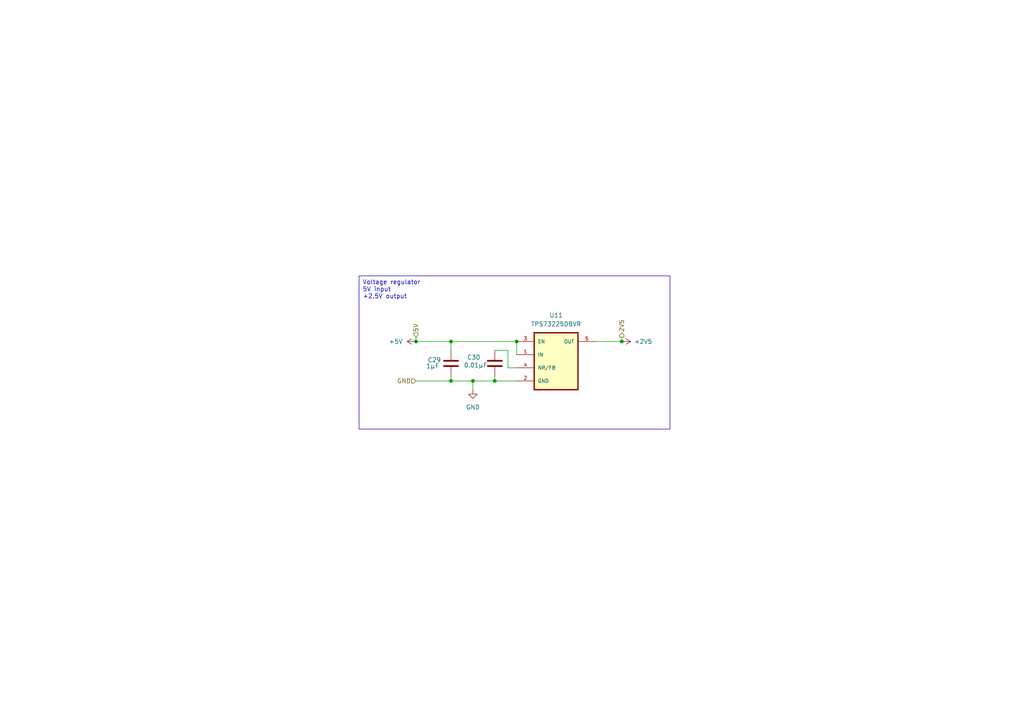
<source format=kicad_sch>
(kicad_sch (version 20231120) (generator "eeschema") (generator_version "8.0")
  (paper "A4")
  (lib_symbols
    (symbol "Device:C" (pin_numbers hide) (pin_names (offset 0.254))
      (property "Reference" "C" (at 0.635 2.54 0))
      (property "Value" "C" (at 0.635 -2.54 0))
      (symbol "C_0_1"
        (polyline (pts (xy -2.032 -0.762) (xy 2.032 -0.762)) (stroke (width 0.508)))
        (polyline (pts (xy -2.032 0.762) (xy 2.032 0.762)) (stroke (width 0.508)))
      )
      (symbol "C_1_1"
        (pin passive line (at 0 3.81 270) (length 2.794) (name "~") (number "1"))
        (pin passive line (at 0 -3.81 90) (length 2.794) (name "~") (number "2"))
      )
    )
    (symbol "custom_lib:TPS73225DBVR" (pin_names (offset 1.016))
      (property "Reference" "U" (at -12.7 11.16 0))
      (property "Value" "TPS73225DBVR" (at -12.7 -14.16 0))
      (symbol "TPS73225DBVR_0_0"
        (rectangle (start -12.7 10.16) (end 0 -6.35) (stroke (width 0.4064)) (fill (type background)))
        (pin input line (at -17.78 3.81 0) (length 5.08) (name "IN") (number "1"))
        (pin power_in line (at -17.78 -3.81 0) (length 5.08) (name "GND") (number "2"))
        (pin input line (at -17.78 7.62 0) (length 5.08) (name "EN") (number "3"))
        (pin input line (at -17.78 0 0) (length 5.08) (name "NR/FB") (number "4"))
        (pin output line (at 5.08 7.62 180) (length 5.08) (name "OUT") (number "5"))
      )
    )
    (symbol "power:+2V5" (power) (pin_numbers hide) (pin_names (offset 0) hide)
      (property "Value" "+2V5" (at 0 3.556 0))
      (symbol "+2V5_0_1"
        (polyline (pts (xy -0.762 1.27) (xy 0 2.54)))
        (polyline (pts (xy 0 0) (xy 0 2.54)))
        (polyline (pts (xy 0 2.54) (xy 0.762 1.27)))
      )
      (symbol "+2V5_1_1"
        (pin power_in line (at 0 0 90) (length 0) (name "~") (number "1"))
      )
    )
    (symbol "power:+5V" (power) (pin_numbers hide) (pin_names (offset 0) hide)
      (property "Value" "+5V" (at 0 3.556 0))
      (symbol "+5V_0_1"
        (polyline (pts (xy -0.762 1.27) (xy 0 2.54)))
        (polyline (pts (xy 0 0) (xy 0 2.54)))
        (polyline (pts (xy 0 2.54) (xy 0.762 1.27)))
      )
      (symbol "+5V_1_1"
        (pin power_in line (at 0 0 90) (length 0) (name "~") (number "1"))
      )
    )
    (symbol "power:GND" (power) (pin_numbers hide) (pin_names (offset 0) hide)
      (property "Value" "GND" (at 0 -3.81 0))
      (symbol "GND_0_1"
        (polyline (pts (xy 0 0) (xy 0 -1.27) (xy 1.27 -1.27) (xy 0 -2.54) (xy -1.27 -1.27) (xy 0 -1.27)))
      )
      (symbol "GND_1_1"
        (pin power_in line (at 0 0 270) (length 0) (name "~") (number "1"))
      )
    )
  )
  (junction (at 120.65 99.06))
  (junction (at 130.81 110.49))
  (junction (at 149.86 99.06))
  (junction (at 130.81 99.06))
  (junction (at 137.16 110.49))
  (junction (at 180.34 99.06))
  (junction (at 143.51 110.49))
  (wire (pts (xy 120.65 110.49) (xy 130.81 110.49)))
  (wire (pts (xy 130.81 109.22) (xy 130.81 110.49)))
  (wire (pts (xy 130.81 99.06) (xy 130.81 101.6)))
  (wire (pts (xy 120.65 99.06) (xy 130.81 99.06)))
  (wire (pts (xy 120.65 97.79) (xy 120.65 99.06)))
  (wire (pts (xy 149.86 99.06) (xy 149.86 102.87)))
  (wire (pts (xy 130.81 99.06) (xy 149.86 99.06)))
  (wire (pts (xy 137.16 110.49) (xy 143.51 110.49)))
  (wire (pts (xy 147.32 106.68) (xy 147.32 101.6)))
  (wire (pts (xy 172.72 99.06) (xy 180.34 99.06)))
  (wire (pts (xy 137.16 113.03) (xy 137.16 110.49)))
  (wire (pts (xy 130.81 110.49) (xy 137.16 110.49)))
  (wire (pts (xy 149.86 106.68) (xy 147.32 106.68)))
  (wire (pts (xy 180.34 97.79) (xy 180.34 99.06)))
  (wire (pts (xy 143.51 110.49) (xy 149.86 110.49)))
  (wire (pts (xy 147.32 101.6) (xy 143.51 101.6)))
  (wire (pts (xy 143.51 109.22) (xy 143.51 110.49)))
  (rectangle (start 104.14 80.01) (end 194.31 124.46))
  (text "Voltage regulator\n5V input\n+2.5V output" (at 105.156 81.28 0) (effects (font (size 1.27 1.27)) (justify left top)))
  (hierarchical_label "2V5" (shape output) (at 180.34 97.79 90))
  (hierarchical_label "5V" (shape input) (at 120.65 97.79 90))
  (hierarchical_label "GND" (shape input) (at 120.65 110.49 180))
  (symbol (lib_id "power:+2V5") (at 180.34 99.06 270) (unit 1)
    (property "Reference" "#PWR034" (effects (hide yes)))
    (property "Value" "+2V5" (at 183.896 99.06 90) (effects (justify left)))
    (property "Description" "Power symbol creates a global label with name \"+2V5\"" (effects (hide yes)))
  )
  (symbol (lib_id "power:GND") (at 137.16 113.03 0) (unit 1)
    (property "Reference" "#PWR033" (effects (hide yes)))
    (property "Value" "GND" (at 137.16 118.11 0))
    (property "Description" "Power symbol creates a global label with name \"GND\" , ground" (effects (hide yes)))
  )
  (symbol (lib_id "Device:C") (at 130.81 105.41 180) (unit 1)
    (property "Reference" "C29" (at 125.984 104.394 0))
    (property "Value" "1µF " (at 125.984 106.172 0))
    (property "Footprint" "Capacitor_SMD:C_0603_1608Metric_Pad1.08x0.95mm_HandSolder" (effects (hide yes)))
    (property "Description" "Unpolarized capacitor" (effects (hide yes)))
  )
  (symbol (lib_id "power:+5V") (at 120.65 99.06 90) (unit 1)
    (property "Reference" "#PWR032" (effects (hide yes)))
    (property "Value" "+5V" (at 116.84 99.0599 90) (effects (justify left)))
    (property "Description" "Power symbol creates a global label with name \"+5V\"" (effects (hide yes)))
  )
  (symbol (lib_id "custom_lib:TPS73225DBVR") (at 167.64 106.68 0) (unit 1)
    (property "Reference" "U11" (at 161.29 91.44 0))
    (property "Value" "TPS73225DBVR" (at 161.29 93.98 0))
    (property "Footprint" "CustomLib:73225" (effects (hide yes)))
    (property "MF" "Texas Instruments" (effects (hide yes)))
    (property "Description_1" "\n250-mA, high-accuracy, ultra-low-dropout voltage regulator with reverse current protection & enable\n" (effects (hide yes)))
    (property "Package" "SOT-23-5 Texas Instruments" (effects (hide yes)))
    (property "Price" "None" (effects (hide yes)))
    (property "SnapEDA_Link" "https://www.snapeda.com/parts/TPS73225DBVR/Texas+Instruments/view-part/?ref=snap" (effects (hide yes)))
    (property "MP" "TPS73225DBVR" (effects (hide yes)))
    (property "Purchase-URL" "https://www.snapeda.com/api/url_track_click_mouser/?unipart_id=1237159&manufacturer=Texas Instruments&part_name=TPS73225DBVR&search_term=None" (effects (hide yes)))
    (property "Availability" "In Stock" (effects (hide yes)))
    (property "Check_prices" "https://www.snapeda.com/parts/TPS73225DBVR/Texas+Instruments/view-part/?ref=eda" (effects (hide yes)))
  )
  (symbol (lib_id "Device:C") (at 143.51 105.41 180) (unit 1)
    (property "Reference" "C30" (at 137.414 103.632 0))
    (property "Value" "0.01µF " (at 138.43 105.918 0))
    (property "Footprint" "Capacitor_SMD:C_0603_1608Metric_Pad1.08x0.95mm_HandSolder" (effects (hide yes)))
    (property "Description" "Unpolarized capacitor" (effects (hide yes)))
  )
)
</source>
